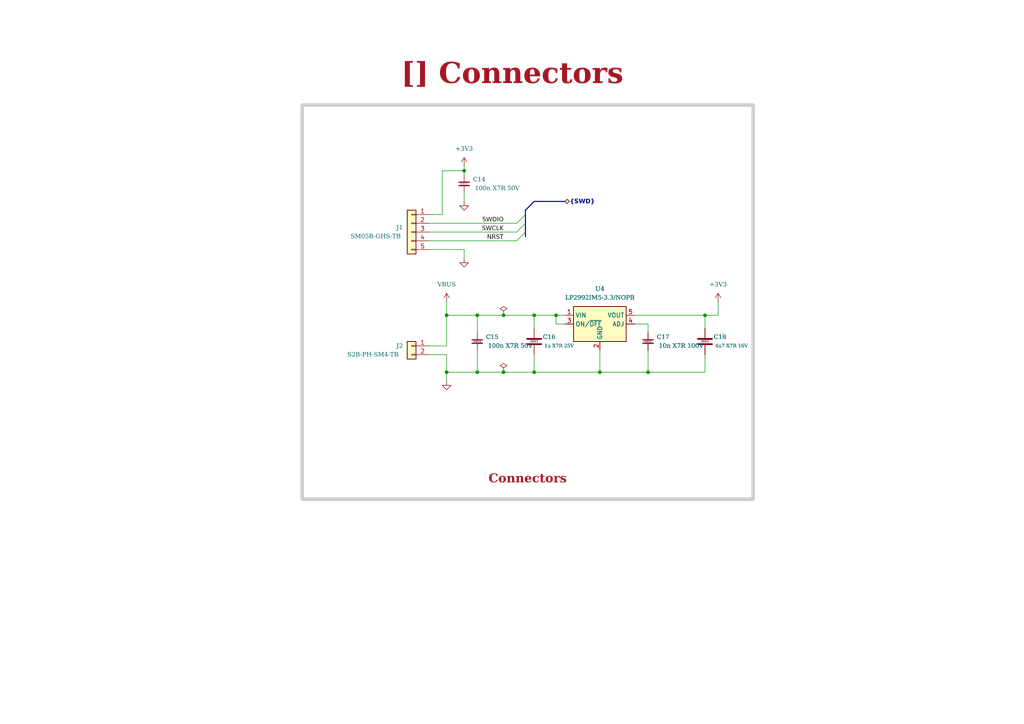
<source format=kicad_sch>
(kicad_sch (version 20231120) (generator "eeschema") (generator_version "8.0")
  (paper "A4")
  (title_block (title "Connectors") (rev "${REVISION}") (company "${COMPANY}"))
  (lib_symbols
    (symbol "0_linear_regulator:LP2992IM5-3.3/NOPB"
      (property "Reference" "U" (at 0 10.16 0))
      (property "Value" "LP2992IM5-3.3/NOPB" (at 0 7.62 0))
      (symbol "LP2992IM5-3.3/NOPB_0_1"
        (rectangle (start -7.62 5.08) (end 7.62 -5.08) (stroke (width 0.254)) (fill (type background)))
      )
      (symbol "LP2992IM5-3.3/NOPB_1_1"
        (pin power_in line (at -10.16 2.54 0) (length 2.54) (name "VIN") (number "1"))
        (pin power_in line (at 0 -7.62 90) (length 2.54) (name "GND") (number "2"))
        (pin input line (at -10.16 0 0) (length 2.54) (name "ON/~{OFF}") (number "3"))
        (pin input line (at 10.16 0 180) (length 2.54) (name "ADJ") (number "4"))
        (pin power_out line (at 10.16 2.54 180) (length 2.54) (name "VOUT") (number "5"))
      )
    )
    (symbol "Connector_Generic:Conn_01x02" (pin_names (offset 1.016) hide)
      (property "Reference" "J" (at 0 2.54 0))
      (property "Value" "Conn_01x02" (at 0 -5.08 0))
      (symbol "Conn_01x02_1_1"
        (rectangle (start -1.27 -2.413) (end 0 -2.667) (stroke (width 0.1524)))
        (rectangle (start -1.27 0.127) (end 0 -0.127) (stroke (width 0.1524)))
        (rectangle (start -1.27 1.27) (end 1.27 -3.81) (stroke (width 0.254)) (fill (type background)))
        (pin passive line (at -5.08 0 0) (length 3.81) (name "Pin_1") (number "1"))
        (pin passive line (at -5.08 -2.54 0) (length 3.81) (name "Pin_2") (number "2"))
      )
    )
    (symbol "Connector_Generic:Conn_01x05" (pin_names (offset 1.016) hide)
      (property "Reference" "J" (at 0 7.62 0))
      (property "Value" "Conn_01x05" (at 0 -7.62 0))
      (symbol "Conn_01x05_1_1"
        (rectangle (start -1.27 -4.953) (end 0 -5.207) (stroke (width 0.1524)))
        (rectangle (start -1.27 -2.413) (end 0 -2.667) (stroke (width 0.1524)))
        (rectangle (start -1.27 0.127) (end 0 -0.127) (stroke (width 0.1524)))
        (rectangle (start -1.27 2.667) (end 0 2.413) (stroke (width 0.1524)))
        (rectangle (start -1.27 5.207) (end 0 4.953) (stroke (width 0.1524)))
        (rectangle (start -1.27 6.35) (end 1.27 -6.35) (stroke (width 0.254)) (fill (type background)))
        (pin passive line (at -5.08 5.08 0) (length 3.81) (name "Pin_1") (number "1"))
        (pin passive line (at -5.08 2.54 0) (length 3.81) (name "Pin_2") (number "2"))
        (pin passive line (at -5.08 0 0) (length 3.81) (name "Pin_3") (number "3"))
        (pin passive line (at -5.08 -2.54 0) (length 3.81) (name "Pin_4") (number "4"))
        (pin passive line (at -5.08 -5.08 0) (length 3.81) (name "Pin_5") (number "5"))
      )
    )
    (symbol "Device:C" (pin_numbers hide) (pin_names (offset 0.254))
      (property "Reference" "C" (at 0.635 2.54 0))
      (property "Value" "C" (at 0.635 -2.54 0))
      (symbol "C_0_1"
        (polyline (pts (xy -2.032 -0.762) (xy 2.032 -0.762)) (stroke (width 0.508)))
        (polyline (pts (xy -2.032 0.762) (xy 2.032 0.762)) (stroke (width 0.508)))
      )
      (symbol "C_1_1"
        (pin passive line (at 0 3.81 270) (length 2.794) (name "~") (number "1"))
        (pin passive line (at 0 -3.81 90) (length 2.794) (name "~") (number "2"))
      )
    )
    (symbol "Device:C_Small" (pin_numbers hide) (pin_names (offset 0.254) hide)
      (property "Reference" "C" (at 0.254 1.778 0))
      (property "Value" "C_Small" (at 0.254 -2.032 0))
      (symbol "C_Small_0_1"
        (polyline (pts (xy -1.524 -0.508) (xy 1.524 -0.508)) (stroke (width 0.3302)))
        (polyline (pts (xy -1.524 0.508) (xy 1.524 0.508)) (stroke (width 0.3048)))
      )
      (symbol "C_Small_1_1"
        (pin passive line (at 0 2.54 270) (length 2.032) (name "~") (number "1"))
        (pin passive line (at 0 -2.54 90) (length 2.032) (name "~") (number "2"))
      )
    )
    (symbol "GND_1" (power) (pin_numbers hide) (pin_names (offset 0) hide)
      (property "Value" "GND" (at 0 -3.81 0))
      (symbol "GND_1_0_1"
        (polyline (pts (xy 0 0) (xy 0 -1.27) (xy 1.27 -1.27) (xy 0 -2.54) (xy -1.27 -1.27) (xy 0 -1.27)))
      )
      (symbol "GND_1_1_1"
        (pin power_in line (at 0 0 270) (length 0) (name "~") (number "1"))
      )
    )
    (symbol "GND_2" (power) (pin_numbers hide) (pin_names (offset 0) hide)
      (property "Value" "GND" (at 0 -3.81 0))
      (symbol "GND_2_0_1"
        (polyline (pts (xy 0 0) (xy 0 -1.27) (xy 1.27 -1.27) (xy 0 -2.54) (xy -1.27 -1.27) (xy 0 -1.27)))
      )
      (symbol "GND_2_1_1"
        (pin power_in line (at 0 0 270) (length 0) (name "~") (number "1"))
      )
    )
    (symbol "power:+3V3" (power) (pin_numbers hide) (pin_names (offset 0) hide)
      (property "Value" "+3V3" (at 0 3.556 0))
      (symbol "+3V3_0_1"
        (polyline (pts (xy -0.762 1.27) (xy 0 2.54)))
        (polyline (pts (xy 0 0) (xy 0 2.54)))
        (polyline (pts (xy 0 2.54) (xy 0.762 1.27)))
      )
      (symbol "+3V3_1_1"
        (pin power_in line (at 0 0 90) (length 0) (name "~") (number "1"))
      )
    )
    (symbol "power:GND" (power) (pin_numbers hide) (pin_names (offset 0) hide)
      (property "Value" "GND" (at 0 -3.81 0))
      (symbol "GND_0_1"
        (polyline (pts (xy 0 0) (xy 0 -1.27) (xy 1.27 -1.27) (xy 0 -2.54) (xy -1.27 -1.27) (xy 0 -1.27)))
      )
      (symbol "GND_1_1"
        (pin power_in line (at 0 0 270) (length 0) (name "~") (number "1"))
      )
    )
    (symbol "power:PWR_FLAG" (power) (pin_numbers hide) (pin_names (offset 0) hide)
      (property "Value" "PWR_FLAG" (at 0 3.81 0))
      (symbol "PWR_FLAG_0_0"
        (pin power_out line (at 0 0 90) (length 0) (name "~") (number "1"))
      )
      (symbol "PWR_FLAG_0_1"
        (polyline (pts (xy 0 0) (xy 0 1.27) (xy -1.016 1.905) (xy 0 2.54) (xy 1.016 1.905) (xy 0 1.27)))
      )
    )
    (symbol "power:VBUS" (power) (pin_numbers hide) (pin_names (offset 0) hide)
      (property "Value" "VBUS" (at 0 3.556 0))
      (symbol "VBUS_0_1"
        (polyline (pts (xy -0.762 1.27) (xy 0 2.54)))
        (polyline (pts (xy 0 0) (xy 0 2.54)))
        (polyline (pts (xy 0 2.54) (xy 0.762 1.27)))
      )
      (symbol "VBUS_1_1"
        (pin power_in line (at 0 0 90) (length 0) (name "~") (number "1"))
      )
    )
  )
  (junction (at 134.62 49.53))
  (junction (at 204.47 91.44))
  (junction (at 154.94 91.44))
  (junction (at 173.99 107.95))
  (junction (at 154.94 107.95))
  (junction (at 129.54 91.44))
  (junction (at 187.96 107.95))
  (junction (at 138.43 107.95))
  (junction (at 161.29 91.44))
  (junction (at 146.05 107.95))
  (junction (at 129.54 107.95))
  (junction (at 138.43 91.44))
  (junction (at 146.05 91.44))
  (bus_entry (at 149.86 67.31) (size 2.54 -2.54))
  (bus_entry (at 149.86 69.85) (size 2.54 -2.54))
  (bus_entry (at 149.86 64.77) (size 2.54 -2.54))
  (wire (pts (xy 161.29 91.44) (xy 163.83 91.44)))
  (wire (pts (xy 187.96 96.52) (xy 187.96 93.98)))
  (wire (pts (xy 128.27 62.23) (xy 128.27 49.53)))
  (wire (pts (xy 129.54 102.87) (xy 129.54 107.95)))
  (wire (pts (xy 187.96 107.95) (xy 187.96 101.6)))
  (wire (pts (xy 138.43 91.44) (xy 146.05 91.44)))
  (bus (pts (xy 154.94 58.42) (xy 163.83 58.42)))
  (bus (pts (xy 152.4 60.96) (xy 154.94 58.42)))
  (wire (pts (xy 149.86 69.85) (xy 124.46 69.85)))
  (wire (pts (xy 124.46 62.23) (xy 128.27 62.23)))
  (wire (pts (xy 129.54 87.63) (xy 129.54 91.44)))
  (wire (pts (xy 134.62 72.39) (xy 124.46 72.39)))
  (wire (pts (xy 154.94 91.44) (xy 161.29 91.44)))
  (wire (pts (xy 149.86 64.77) (xy 124.46 64.77)))
  (wire (pts (xy 173.99 107.95) (xy 173.99 101.6)))
  (wire (pts (xy 184.15 91.44) (xy 204.47 91.44)))
  (wire (pts (xy 129.54 107.95) (xy 129.54 110.49)))
  (wire (pts (xy 163.83 93.98) (xy 161.29 93.98)))
  (wire (pts (xy 138.43 91.44) (xy 129.54 91.44)))
  (wire (pts (xy 138.43 96.52) (xy 138.43 91.44)))
  (wire (pts (xy 128.27 49.53) (xy 134.62 49.53)))
  (bus (pts (xy 152.4 67.31) (xy 152.4 68.58)))
  (wire (pts (xy 154.94 102.87) (xy 154.94 107.95)))
  (wire (pts (xy 154.94 107.95) (xy 173.99 107.95)))
  (wire (pts (xy 149.86 67.31) (xy 124.46 67.31)))
  (wire (pts (xy 173.99 107.95) (xy 187.96 107.95)))
  (wire (pts (xy 129.54 100.33) (xy 124.46 100.33)))
  (wire (pts (xy 161.29 93.98) (xy 161.29 91.44)))
  (wire (pts (xy 129.54 102.87) (xy 124.46 102.87)))
  (wire (pts (xy 204.47 102.87) (xy 204.47 107.95)))
  (wire (pts (xy 204.47 107.95) (xy 187.96 107.95)))
  (wire (pts (xy 129.54 91.44) (xy 129.54 100.33)))
  (bus (pts (xy 152.4 60.96) (xy 152.4 62.23)))
  (wire (pts (xy 146.05 107.95) (xy 154.94 107.95)))
  (wire (pts (xy 134.62 49.53) (xy 134.62 50.8)))
  (wire (pts (xy 204.47 95.25) (xy 204.47 91.44)))
  (wire (pts (xy 154.94 91.44) (xy 154.94 95.25)))
  (wire (pts (xy 138.43 107.95) (xy 146.05 107.95)))
  (wire (pts (xy 134.62 48.26) (xy 134.62 49.53)))
  (wire (pts (xy 208.28 87.63) (xy 208.28 91.44)))
  (wire (pts (xy 134.62 58.42) (xy 134.62 55.88)))
  (wire (pts (xy 134.62 74.93) (xy 134.62 72.39)))
  (bus (pts (xy 152.4 62.23) (xy 152.4 64.77)))
  (wire (pts (xy 187.96 93.98) (xy 184.15 93.98)))
  (wire (pts (xy 146.05 91.44) (xy 154.94 91.44)))
  (wire (pts (xy 138.43 101.6) (xy 138.43 107.95)))
  (bus (pts (xy 152.4 64.77) (xy 152.4 67.31)))
  (wire (pts (xy 208.28 91.44) (xy 204.47 91.44)))
  (wire (pts (xy 129.54 107.95) (xy 138.43 107.95)))
  (rectangle (start 87.63 30.48) (end 218.44 144.78) (stroke (width 1) (color 200 200 200 1)))
  (text_box "Connectors" (at 87.63 134.62 0) (size 130.81 7.62) (stroke (width -0.0001)) (effects (font (size 2.54 2.54) (thickness 0.508) (bold yes)) (justify bottom)))
  (text_box "[${#}] ${TITLE}" (at 12.7 15.24 0) (size 271.78 12.7) (stroke (width -0.0001)) (effects (font (size 6 6) (thickness 1.2) (bold yes))))
  (label "SWCLK" (at 146.05 67.31 180))
  (label "SWDIO" (at 146.05 64.77 180))
  (label "NRST" (at 146.05 69.85 180))
  (hierarchical_label "{SWD}" (shape bidirectional) (at 163.83 58.42 0) (effects (font (bold yes))))
  (symbol (lib_id "Device:C") (at 154.94 99.06 0) (unit 1)
    (property "Reference" "C16" (at 157.48 97.79 0) (effects (justify left)))
    (property "Value" "1u X7R 25V" (at 157.48 100.33 0) (effects (font (size 1.016 1.016)) (justify left)))
    (property "Footprint" "0_capacitor_smd:C_0603_1608_DensityHigh" (effects (hide yes)))
    (property "Datasheet" "https://mm.digikey.com/Volume0/opasdata/d220001/medias/docus/2146/TMK107AB7105KAHT_SS.pdf" (effects (hide yes)))
    (property "Description" "1 µF ±10% 25V Ceramic Capacitor X7R 0603 (1608 Metric)" (effects (hide yes)))
    (property "Supplier 1" "Digikey" (effects (hide yes)))
    (property "Supplier Part Number 1" "587-3467-1-ND" (effects (hide yes)))
    (property "Manufacturer" "Taiyo Yuden" (effects (hide yes)))
    (property "Manufacturer Part Number" "TMK107AB7105KAHT" (effects (hide yes)))
    (property "Package" "0603" (at 154.94 99.06 0) (effects (font (size 0.635 0.635))))
  )
  (symbol (lib_name "GND_1") (lib_id "power:GND") (at 129.54 110.49 0) (unit 1)
    (property "Reference" "#PWR016" (effects (hide yes)))
    (property "Value" "GND" (effects (hide yes)))
  )
  (symbol (lib_id "Connector_Generic:Conn_01x05") (at 119.38 67.31 0) (mirror y) (unit 1)
    (property "Reference" "J1" (at 116.84 66.04 0) (effects (justify left)))
    (property "Value" "SM05B-GHS-TB" (at 116.84 68.58 0) (effects (justify left)))
    (property "Footprint" "0_connectors:JST_GH_SM05B-GHS-TB_1x05-1MP_P1.25mm_Horizontal" (effects (hide yes)))
    (property "Datasheet" "https://www.jst-mfg.com/product/pdf/eng/eGH.pdf" (effects (hide yes)))
    (property "Description" "Connector Header Surface Mount, Right Angle 5 position 0.049\" (1.25mm)" (effects (hide yes)))
    (property "Supplier 1" "Digikey" (effects (hide yes)))
    (property "Supplier Part Number 1" "455-SM05B-GHS-TBCT-ND" (effects (hide yes)))
    (property "Manufacturer" "JST Sales America Inc." (effects (hide yes)))
    (property "Manufacturer Part Number" "SM05B-GHS-TB" (effects (hide yes)))
  )
  (symbol (lib_name "GND_2") (lib_id "power:GND") (at 134.62 58.42 0) (unit 1)
    (property "Reference" "#PWR018" (effects (hide yes)))
    (property "Value" "GND" (effects (hide yes)))
  )
  (symbol (lib_id "Device:C_Small") (at 187.96 99.06 0) (unit 1)
    (property "Reference" "C17" (at 190.5 97.7963 0) (effects (justify left)))
    (property "Value" "10n X7R 100V" (at 190.5 100.3363 0) (effects (justify left)))
    (property "Footprint" "0_capacitor_smd:C_0402_1005_DensityHigh" (effects (hide yes)))
    (property "Datasheet" "https://mm.digikey.com/Volume0/opasdata/d220001/medias/docus/2615/HMR105B7103KV-F_SS.pdf" (effects (hide yes)))
    (property "Description" "10000 pF ±10% 100V Ceramic Capacitor X7R 0402 (1005 Metric)" (effects (hide yes)))
    (property "Supplier 1" "Digikey" (effects (hide yes)))
    (property "Supplier Part Number 1" "587-HMR105B7103KV-FCT-ND" (effects (hide yes)))
    (property "Manufacturer" "Taiyo Yuden" (effects (hide yes)))
    (property "Manufacturer Part Number" "HMR105B7103KV-F" (effects (hide yes)))
    (property "Package" "0402" (at 187.96 99.06 0) (effects (font (size 0.635 0.635))))
  )
  (symbol (lib_id "power:+3V3") (at 208.28 87.63 0) (unit 1)
    (property "Reference" "#PWR020" (effects (hide yes)))
    (property "Value" "+3V3" (at 208.28 82.55 0))
    (property "Description" "Power symbol creates a global label with name \"+3V3\"" (effects (hide yes)))
  )
  (symbol (lib_id "power:PWR_FLAG") (at 146.05 107.95 0) (unit 1)
    (property "Reference" "#FLG02" (effects (hide yes)))
    (property "Value" "PWR_FLAG" (effects (hide yes)))
    (property "Description" "Special symbol for telling ERC where power comes from" (effects (hide yes)))
  )
  (symbol (lib_id "0_linear_regulator:LP2992IM5-3.3/NOPB") (at 173.99 93.98 0) (unit 1)
    (property "Reference" "U4" (at 173.99 83.82 0))
    (property "Value" "LP2992IM5-3.3/NOPB" (at 173.99 86.36 0))
    (property "Footprint" "Package_TO_SOT_SMD:SOT-23-5" (effects (hide yes)))
    (property "Datasheet" "https://www.ti.com/lit/ds/symlink/lp2992.pdf" (effects (hide yes)))
    (property "Description" "Micropower 250-mA Low-Noise Ultra-Low-Dropout Regulator" (effects (hide yes)))
  )
  (symbol (lib_id "Device:C_Small") (at 134.62 53.34 0) (unit 1)
    (property "Reference" "C14" (at 137.16 52.0763 0) (effects (justify left)))
    (property "Value" "100n X7R 50V" (at 137.16 54.6163 0) (effects (justify left)))
    (property "Footprint" "0_capacitor_smd:C_0402_1005_DensityHigh" (effects (hide yes)))
    (property "Datasheet" "https://search.murata.co.jp/Ceramy/image/img/A01X/G101/ENG/GCM155R71H104KE02-01.pdf" (effects (hide yes)))
    (property "Description" "0.1 µF ±10% 50V Ceramic Capacitor X7R 0402 (1005 Metric)" (effects (hide yes)))
    (property "Supplier 1" "Digikey" (effects (hide yes)))
    (property "Supplier Part Number 1" "490-14514-1-ND" (effects (hide yes)))
    (property "Manufacturer" "Murata Electronics" (effects (hide yes)))
    (property "Manufacturer Part Number" "GCM155R71H104KE02J" (effects (hide yes)))
    (property "Package" "0402" (at 134.62 53.34 0) (effects (font (size 0.635 0.635))))
  )
  (symbol (lib_id "power:PWR_FLAG") (at 146.05 91.44 0) (unit 1)
    (property "Reference" "#FLG01" (effects (hide yes)))
    (property "Value" "PWR_FLAG" (effects (hide yes)))
    (property "Description" "Special symbol for telling ERC where power comes from" (effects (hide yes)))
  )
  (symbol (lib_id "Connector_Generic:Conn_01x02") (at 119.38 100.33 0) (mirror y) (unit 1)
    (property "Reference" "J2" (at 116.84 100.33 0) (effects (justify left)))
    (property "Value" "S2B-PH-SM4-TB" (at 116.84 102.87 0) (effects (justify left)))
    (property "Footprint" "0_connectors:JST_PH_S2B-PH-SM4-TB_1x02-1MP_P2.00mm_Horizontal" (effects (hide yes)))
    (property "Datasheet" "https://www.jst-mfg.com/product/pdf/eng/ePH.pdf" (effects (hide yes)))
    (property "Description" "https://www.jst-mfg.com/product/pdf/eng/ePH.pdf" (effects (hide yes)))
    (property "Supplier 1" "Digikey" (effects (hide yes)))
    (property "Supplier Part Number" "455-S2B-PH-SM4-TBCT-ND" (effects (hide yes)))
    (property "Manufacturer" "JST Sales America Inc." (effects (hide yes)))
    (property "Manufacturer Part Number" "S2B-PH-SM4-TB" (effects (hide yes)))
  )
  (symbol (lib_id "power:+3V3") (at 134.62 48.26 0) (unit 1)
    (property "Reference" "#PWR017" (effects (hide yes)))
    (property "Value" "+3V3" (at 134.62 43.18 0))
    (property "Description" "Power symbol creates a global label with name \"+3V3\"" (effects (hide yes)))
  )
  (symbol (lib_id "Device:C") (at 204.47 99.06 0) (unit 1)
    (property "Reference" "C18" (at 207.01 97.79 0) (effects (justify left)))
    (property "Value" "4u7 X7R 16V" (at 207.01 100.33 0) (effects (font (size 1.016 1.016)) (justify left)))
    (property "Footprint" "0_capacitor_smd:C_0603_1608_DensityHigh" (effects (hide yes)))
    (property "Datasheet" "https://search.murata.co.jp/Ceramy/image/img/A01X/G101/ENG/GRM188Z71C475KE21-01A.pdf" (effects (hide yes)))
    (property "Description" "4.7 µF ±10% 16V Ceramic Capacitor X7R 0603 (1608 Metric)" (effects (hide yes)))
    (property "Supplier 1" "Digikey" (effects (hide yes)))
    (property "Supplier Part Number 1" "490-GRM188Z71C475KE21JCT-ND" (effects (hide yes)))
    (property "Manufacturer" "Murata Electronics" (effects (hide yes)))
    (property "Manufacturer Part Number" "GRM188Z71C475KE21J" (effects (hide yes)))
    (property "Package" "0603" (at 204.47 99.06 0) (effects (font (size 0.635 0.635))))
  )
  (symbol (lib_id "Device:C_Small") (at 138.43 99.06 0) (unit 1)
    (property "Reference" "C15" (at 140.97 97.7963 0) (effects (justify left)))
    (property "Value" "100n X7R 50V" (at 140.97 100.3363 0) (effects (justify left)))
    (property "Footprint" "0_capacitor_smd:C_0402_1005_DensityHigh" (effects (hide yes)))
    (property "Datasheet" "https://search.murata.co.jp/Ceramy/image/img/A01X/G101/ENG/GCM155R71H104KE02-01.pdf" (effects (hide yes)))
    (property "Description" "0.1 µF ±10% 50V Ceramic Capacitor X7R 0402 (1005 Metric)" (effects (hide yes)))
    (property "Supplier 1" "Digikey" (effects (hide yes)))
    (property "Supplier Part Number 1" "490-14514-1-ND" (effects (hide yes)))
    (property "Manufacturer" "Murata Electronics" (effects (hide yes)))
    (property "Manufacturer Part Number" "GCM155R71H104KE02J" (effects (hide yes)))
    (property "Package" "0402" (at 138.43 99.06 0) (effects (font (size 0.635 0.635))))
  )
  (symbol (lib_id "power:VBUS") (at 129.54 87.63 0) (mirror y) (unit 1)
    (property "Reference" "#PWR015" (effects (hide yes)))
    (property "Value" "VBUS" (at 129.54 82.55 0))
    (property "Description" "Power symbol creates a global label with name \"VBUS\"" (effects (hide yes)))
  )
  (symbol (lib_id "power:GND") (at 134.62 74.93 0) (unit 1)
    (property "Reference" "#PWR019" (effects (hide yes)))
    (property "Value" "GND" (effects (hide yes)))
  )
)
</source>
